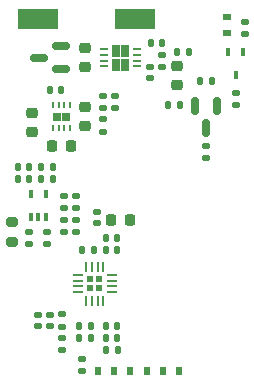
<source format=gtp>
%TF.GenerationSoftware,KiCad,Pcbnew,5.99.0-unknown-b691c18bfc~117~ubuntu20.10.1*%
%TF.CreationDate,2021-03-21T19:03:18-07:00*%
%TF.ProjectId,xx1000-qt,78783130-3030-42d7-9174-2e6b69636164,rev?*%
%TF.SameCoordinates,Original*%
%TF.FileFunction,Paste,Top*%
%TF.FilePolarity,Positive*%
%FSLAX46Y46*%
G04 Gerber Fmt 4.6, Leading zero omitted, Abs format (unit mm)*
G04 Created by KiCad (PCBNEW 5.99.0-unknown-b691c18bfc~117~ubuntu20.10.1) date 2021-03-21 19:03:18*
%MOMM*%
%LPD*%
G01*
G04 APERTURE LIST*
G04 Aperture macros list*
%AMRoundRect*
0 Rectangle with rounded corners*
0 $1 Rounding radius*
0 $2 $3 $4 $5 $6 $7 $8 $9 X,Y pos of 4 corners*
0 Add a 4 corners polygon primitive as box body*
4,1,4,$2,$3,$4,$5,$6,$7,$8,$9,$2,$3,0*
0 Add four circle primitives for the rounded corners*
1,1,$1+$1,$2,$3*
1,1,$1+$1,$4,$5*
1,1,$1+$1,$6,$7*
1,1,$1+$1,$8,$9*
0 Add four rect primitives between the rounded corners*
20,1,$1+$1,$2,$3,$4,$5,0*
20,1,$1+$1,$4,$5,$6,$7,0*
20,1,$1+$1,$6,$7,$8,$9,0*
20,1,$1+$1,$8,$9,$2,$3,0*%
G04 Aperture macros list end*
%ADD10RoundRect,0.135000X0.135000X0.185000X-0.135000X0.185000X-0.135000X-0.185000X0.135000X-0.185000X0*%
%ADD11RoundRect,0.135000X-0.135000X-0.185000X0.135000X-0.185000X0.135000X0.185000X-0.135000X0.185000X0*%
%ADD12RoundRect,0.135000X0.185000X-0.135000X0.185000X0.135000X-0.185000X0.135000X-0.185000X-0.135000X0*%
%ADD13RoundRect,0.135000X-0.185000X0.135000X-0.185000X-0.135000X0.185000X-0.135000X0.185000X0.135000X0*%
%ADD14RoundRect,0.140000X0.170000X-0.140000X0.170000X0.140000X-0.170000X0.140000X-0.170000X-0.140000X0*%
%ADD15R,0.450000X0.700000*%
%ADD16RoundRect,0.140000X0.140000X0.170000X-0.140000X0.170000X-0.140000X-0.170000X0.140000X-0.170000X0*%
%ADD17RoundRect,0.140000X-0.140000X-0.170000X0.140000X-0.170000X0.140000X0.170000X-0.140000X0.170000X0*%
%ADD18RoundRect,0.225000X-0.250000X0.225000X-0.250000X-0.225000X0.250000X-0.225000X0.250000X0.225000X0*%
%ADD19RoundRect,0.225000X0.225000X0.250000X-0.225000X0.250000X-0.225000X-0.250000X0.225000X-0.250000X0*%
%ADD20R,3.400000X1.800000*%
%ADD21RoundRect,0.145000X-0.145000X-0.145000X0.145000X-0.145000X0.145000X0.145000X-0.145000X0.145000X0*%
%ADD22RoundRect,0.062500X-0.062500X-0.375000X0.062500X-0.375000X0.062500X0.375000X-0.062500X0.375000X0*%
%ADD23RoundRect,0.062500X-0.375000X-0.062500X0.375000X-0.062500X0.375000X0.062500X-0.375000X0.062500X0*%
%ADD24RoundRect,0.225000X0.250000X-0.225000X0.250000X0.225000X-0.250000X0.225000X-0.250000X-0.225000X0*%
%ADD25RoundRect,0.200000X-0.275000X0.200000X-0.275000X-0.200000X0.275000X-0.200000X0.275000X0.200000X0*%
%ADD26RoundRect,0.150000X0.587500X0.150000X-0.587500X0.150000X-0.587500X-0.150000X0.587500X-0.150000X0*%
%ADD27RoundRect,0.140000X-0.170000X0.140000X-0.170000X-0.140000X0.170000X-0.140000X0.170000X0.140000X0*%
%ADD28R,0.600000X0.700000*%
%ADD29R,0.400000X0.650000*%
%ADD30RoundRect,0.225000X-0.225000X-0.250000X0.225000X-0.250000X0.225000X0.250000X-0.225000X0.250000X0*%
%ADD31R,0.700000X0.600000*%
%ADD32RoundRect,0.150000X-0.150000X0.587500X-0.150000X-0.587500X0.150000X-0.587500X0.150000X0.587500X0*%
%ADD33R,0.650000X0.750000*%
%ADD34R,0.250000X0.500000*%
%ADD35R,0.640000X1.000000*%
%ADD36R,0.700000X0.250000*%
G04 APERTURE END LIST*
D10*
%TO.C,R10*%
X120740000Y-49250000D03*
X121760000Y-49250000D03*
%TD*%
D11*
%TO.C,R7*%
X121010000Y-53740000D03*
X119990000Y-53740000D03*
%TD*%
D10*
%TO.C,R19*%
X114740000Y-74500000D03*
X115760000Y-74500000D03*
%TD*%
D12*
%TO.C,R11*%
X111000000Y-71490000D03*
X111000000Y-72510000D03*
%TD*%
D13*
%TO.C,R14*%
X112250000Y-62510000D03*
X112250000Y-61490000D03*
%TD*%
%TO.C,R3*%
X115500000Y-54000000D03*
X115500000Y-52980000D03*
%TD*%
D14*
%TO.C,C14*%
X114000000Y-62790000D03*
X114000000Y-63750000D03*
%TD*%
D15*
%TO.C,Q2*%
X125750000Y-51240000D03*
X125100000Y-49240000D03*
X126400000Y-49240000D03*
%TD*%
D12*
%TO.C,R16*%
X111250000Y-61490000D03*
X111250000Y-62510000D03*
%TD*%
%TO.C,R13*%
X112750000Y-75240000D03*
X112750000Y-76260000D03*
%TD*%
D14*
%TO.C,C10*%
X110000000Y-71500000D03*
X110000000Y-72460000D03*
%TD*%
D16*
%TO.C,C13*%
X112770000Y-66000000D03*
X113730000Y-66000000D03*
%TD*%
D17*
%TO.C,C3*%
X110980000Y-52490000D03*
X110020000Y-52490000D03*
%TD*%
%TO.C,C11*%
X113480000Y-72500000D03*
X112520000Y-72500000D03*
%TD*%
%TO.C,C25*%
X110240000Y-60000000D03*
X109280000Y-60000000D03*
%TD*%
%TO.C,C19*%
X115730000Y-65000000D03*
X114770000Y-65000000D03*
%TD*%
D14*
%TO.C,C9*%
X109000000Y-71520000D03*
X109000000Y-72480000D03*
%TD*%
D18*
%TO.C,C2*%
X113000000Y-50515000D03*
X113000000Y-48965000D03*
%TD*%
D19*
%TO.C,C4*%
X110225000Y-57240000D03*
X111775000Y-57240000D03*
%TD*%
D17*
%TO.C,C18*%
X115730000Y-66000000D03*
X114770000Y-66000000D03*
%TD*%
D20*
%TO.C,TP2*%
X109000000Y-46490000D03*
%TD*%
D13*
%TO.C,R9*%
X119500000Y-50510000D03*
X119500000Y-49490000D03*
%TD*%
D21*
%TO.C,U3*%
X114160000Y-69230000D03*
X114160000Y-68510000D03*
X113440000Y-69230000D03*
X113440000Y-68510000D03*
D22*
X113050000Y-67432500D03*
X113550000Y-67432500D03*
X114050000Y-67432500D03*
X114550000Y-67432500D03*
D23*
X115237500Y-68120000D03*
X115237500Y-68620000D03*
X115237500Y-69120000D03*
X115237500Y-69620000D03*
D22*
X114550000Y-70307500D03*
X114050000Y-70307500D03*
X113550000Y-70307500D03*
X113050000Y-70307500D03*
D23*
X112362500Y-69620000D03*
X112362500Y-69120000D03*
X112362500Y-68620000D03*
X112362500Y-68120000D03*
%TD*%
D12*
%TO.C,R1*%
X126500000Y-46730000D03*
X126500000Y-47750000D03*
%TD*%
D17*
%TO.C,C16*%
X115730000Y-73500000D03*
X114770000Y-73500000D03*
%TD*%
D24*
%TO.C,C1*%
X108500000Y-54465000D03*
X108500000Y-56015000D03*
%TD*%
D25*
%TO.C,R15*%
X106780000Y-65325000D03*
X106780000Y-63675000D03*
%TD*%
D18*
%TO.C,C7*%
X120750000Y-52025000D03*
X120750000Y-50475000D03*
%TD*%
D26*
%TO.C,Q1*%
X109062500Y-49740000D03*
X110937500Y-48790000D03*
X110937500Y-50690000D03*
%TD*%
D12*
%TO.C,R21*%
X108280000Y-64480000D03*
X108280000Y-65500000D03*
%TD*%
D27*
%TO.C,C6*%
X118500000Y-51480000D03*
X118500000Y-50520000D03*
%TD*%
D28*
%TO.C,D5*%
X114050000Y-76250000D03*
X115450000Y-76250000D03*
%TD*%
D13*
%TO.C,R18*%
X112250000Y-64510000D03*
X112250000Y-63490000D03*
%TD*%
D10*
%TO.C,R8*%
X122740000Y-51740000D03*
X123760000Y-51740000D03*
%TD*%
D17*
%TO.C,C5*%
X119500000Y-48500000D03*
X118540000Y-48500000D03*
%TD*%
D16*
%TO.C,C24*%
X107300000Y-60000000D03*
X108260000Y-60000000D03*
%TD*%
D29*
%TO.C,U5*%
X108380000Y-61300000D03*
X109680000Y-61300000D03*
X109030000Y-63200000D03*
X109680000Y-63200000D03*
X108380000Y-63200000D03*
%TD*%
D12*
%TO.C,R12*%
X111000000Y-73500000D03*
X111000000Y-74520000D03*
%TD*%
%TO.C,R17*%
X111250000Y-63490000D03*
X111250000Y-64510000D03*
%TD*%
D20*
%TO.C,TP1*%
X117250000Y-46490000D03*
%TD*%
D17*
%TO.C,C26*%
X110260000Y-59000000D03*
X109300000Y-59000000D03*
%TD*%
D12*
%TO.C,R22*%
X109780000Y-64490000D03*
X109780000Y-65510000D03*
%TD*%
D17*
%TO.C,C12*%
X113480000Y-73500000D03*
X112520000Y-73500000D03*
%TD*%
D16*
%TO.C,C22*%
X107300000Y-59000000D03*
X108260000Y-59000000D03*
%TD*%
D30*
%TO.C,C20*%
X116775000Y-63520000D03*
X115225000Y-63520000D03*
%TD*%
D12*
%TO.C,R2*%
X114500000Y-52980000D03*
X114500000Y-54000000D03*
%TD*%
D28*
%TO.C,D6*%
X116800000Y-76250000D03*
X118200000Y-76250000D03*
%TD*%
D17*
%TO.C,C15*%
X115730000Y-72500000D03*
X114770000Y-72500000D03*
%TD*%
D13*
%TO.C,R6*%
X114500000Y-56000000D03*
X114500000Y-54980000D03*
%TD*%
D31*
%TO.C,D1*%
X125000000Y-47690000D03*
X125000000Y-46290000D03*
%TD*%
D28*
%TO.C,D7*%
X119550000Y-76250000D03*
X120950000Y-76250000D03*
%TD*%
D24*
%TO.C,C8*%
X113000000Y-53965000D03*
X113000000Y-55515000D03*
%TD*%
D13*
%TO.C,R5*%
X125750000Y-53740000D03*
X125750000Y-52720000D03*
%TD*%
D32*
%TO.C,Q3*%
X123250000Y-55677500D03*
X122300000Y-53802500D03*
X124200000Y-53802500D03*
%TD*%
D33*
%TO.C,U1*%
X110600000Y-54740000D03*
X111400000Y-54740000D03*
D34*
X111250000Y-53790000D03*
X111750000Y-53790000D03*
X111750000Y-55690000D03*
X110750000Y-55690000D03*
X110250000Y-55690000D03*
X110250000Y-53790000D03*
X110750000Y-53790000D03*
X111250000Y-55690000D03*
%TD*%
D13*
%TO.C,R4*%
X123250000Y-58260000D03*
X123250000Y-57240000D03*
%TD*%
D35*
%TO.C,U2*%
X116415000Y-50335000D03*
X115585000Y-50335000D03*
X116415000Y-49145000D03*
X115585000Y-49145000D03*
D36*
X114600000Y-50490000D03*
X114600000Y-49990000D03*
X114600000Y-49490000D03*
X114600000Y-48990000D03*
X117400000Y-48990000D03*
X117400000Y-49490000D03*
X117400000Y-49990000D03*
X117400000Y-50490000D03*
%TD*%
M02*

</source>
